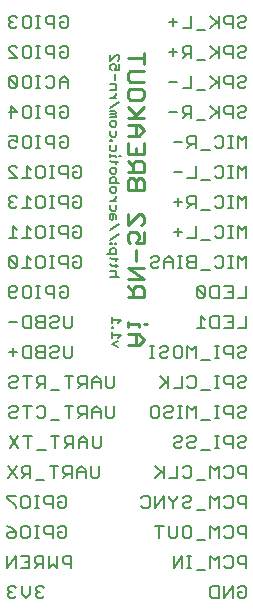
<source format=gbo>
G75*
%MOIN*%
%OFA0B0*%
%FSLAX24Y24*%
%IPPOS*%
%LPD*%
%AMOC8*
5,1,8,0,0,1.08239X$1,22.5*
%
%ADD10C,0.0100*%
%ADD11C,0.0050*%
%ADD12C,0.0080*%
D10*
X005160Y009025D02*
X005527Y009025D01*
X005710Y009208D01*
X005527Y009392D01*
X005160Y009392D01*
X005160Y009623D02*
X005160Y009807D01*
X005160Y009715D02*
X005527Y009715D01*
X005527Y009623D01*
X005435Y009392D02*
X005435Y009025D01*
X005710Y009715D02*
X005802Y009715D01*
X005710Y010621D02*
X005710Y010896D01*
X005619Y010988D01*
X005435Y010988D01*
X005343Y010896D01*
X005343Y010621D01*
X005160Y010621D02*
X005710Y010621D01*
X005710Y011219D02*
X005160Y011586D01*
X005710Y011586D01*
X005710Y011219D02*
X005160Y011219D01*
X005160Y010988D02*
X005343Y010804D01*
X005435Y011818D02*
X005435Y012185D01*
X005435Y012416D02*
X005527Y012600D01*
X005527Y012692D01*
X005435Y012783D01*
X005252Y012783D01*
X005160Y012692D01*
X005160Y012508D01*
X005252Y012416D01*
X005435Y012416D02*
X005710Y012416D01*
X005710Y012783D01*
X005619Y013015D02*
X005710Y013107D01*
X005710Y013290D01*
X005619Y013382D01*
X005527Y013382D01*
X005160Y013015D01*
X005160Y013382D01*
X005160Y014212D02*
X005160Y014487D01*
X005252Y014579D01*
X005343Y014579D01*
X005435Y014487D01*
X005435Y014212D01*
X005160Y014212D02*
X005710Y014212D01*
X005710Y014487D01*
X005619Y014579D01*
X005527Y014579D01*
X005435Y014487D01*
X005343Y014810D02*
X005343Y015086D01*
X005435Y015177D01*
X005619Y015177D01*
X005710Y015086D01*
X005710Y014810D01*
X005160Y014810D01*
X005343Y014994D02*
X005160Y015177D01*
X005160Y015409D02*
X005160Y015776D01*
X005160Y016007D02*
X005527Y016007D01*
X005710Y016191D01*
X005527Y016374D01*
X005160Y016374D01*
X005160Y016606D02*
X005710Y016606D01*
X005343Y016606D02*
X005710Y016973D01*
X005619Y017204D02*
X005252Y017204D01*
X005160Y017296D01*
X005160Y017480D01*
X005252Y017571D01*
X005619Y017571D01*
X005710Y017480D01*
X005710Y017296D01*
X005619Y017204D01*
X005160Y016973D02*
X005435Y016698D01*
X005435Y016374D02*
X005435Y016007D01*
X005435Y015592D02*
X005435Y015409D01*
X005710Y015409D02*
X005160Y015409D01*
X005710Y015409D02*
X005710Y015776D01*
X005710Y017803D02*
X005252Y017803D01*
X005160Y017895D01*
X005160Y018078D01*
X005252Y018170D01*
X005710Y018170D01*
X005710Y018401D02*
X005710Y018768D01*
X005710Y018585D02*
X005160Y018585D01*
D11*
X004885Y018553D02*
X004835Y018503D01*
X004885Y018553D02*
X004885Y018653D01*
X004835Y018703D01*
X004785Y018703D01*
X004585Y018503D01*
X004585Y018703D01*
X004635Y018381D02*
X004585Y018331D01*
X004585Y018230D01*
X004635Y018180D01*
X004735Y018180D02*
X004785Y018281D01*
X004785Y018331D01*
X004735Y018381D01*
X004635Y018381D01*
X004735Y018180D02*
X004885Y018180D01*
X004885Y018381D01*
X004735Y018058D02*
X004735Y017858D01*
X004735Y017736D02*
X004585Y017736D01*
X004735Y017736D02*
X004785Y017686D01*
X004785Y017536D01*
X004585Y017536D01*
X004785Y017417D02*
X004785Y017367D01*
X004685Y017267D01*
X004585Y017267D02*
X004785Y017267D01*
X004885Y017145D02*
X004585Y016945D01*
X004585Y016823D02*
X004735Y016823D01*
X004785Y016773D01*
X004735Y016723D01*
X004585Y016723D01*
X004585Y016623D02*
X004785Y016623D01*
X004785Y016673D01*
X004735Y016723D01*
X004735Y016501D02*
X004635Y016501D01*
X004585Y016451D01*
X004585Y016351D01*
X004635Y016300D01*
X004735Y016300D01*
X004785Y016351D01*
X004785Y016451D01*
X004735Y016501D01*
X004785Y016178D02*
X004785Y016028D01*
X004735Y015978D01*
X004635Y015978D01*
X004585Y016028D01*
X004585Y016178D01*
X004585Y015867D02*
X004585Y015817D01*
X004635Y015817D01*
X004635Y015867D01*
X004585Y015867D01*
X004585Y015695D02*
X004585Y015545D01*
X004635Y015495D01*
X004735Y015495D01*
X004785Y015545D01*
X004785Y015695D01*
X004785Y015330D02*
X004585Y015330D01*
X004585Y015280D02*
X004585Y015380D01*
X004585Y015165D02*
X004635Y015115D01*
X004835Y015115D01*
X004785Y015065D02*
X004785Y015165D01*
X004785Y015280D02*
X004785Y015330D01*
X004885Y015330D02*
X004935Y015330D01*
X004735Y014943D02*
X004785Y014893D01*
X004785Y014793D01*
X004735Y014743D01*
X004635Y014743D01*
X004585Y014793D01*
X004585Y014893D01*
X004635Y014943D01*
X004735Y014943D01*
X004735Y014621D02*
X004635Y014621D01*
X004585Y014571D01*
X004585Y014421D01*
X004885Y014421D01*
X004785Y014421D02*
X004785Y014571D01*
X004735Y014621D01*
X004735Y014298D02*
X004635Y014298D01*
X004585Y014248D01*
X004585Y014148D01*
X004635Y014098D01*
X004735Y014098D01*
X004785Y014148D01*
X004785Y014248D01*
X004735Y014298D01*
X004785Y013980D02*
X004785Y013930D01*
X004685Y013830D01*
X004585Y013830D02*
X004785Y013830D01*
X004785Y013708D02*
X004785Y013557D01*
X004735Y013507D01*
X004635Y013507D01*
X004585Y013557D01*
X004585Y013708D01*
X004585Y013385D02*
X004585Y013235D01*
X004635Y013185D01*
X004685Y013235D01*
X004685Y013385D01*
X004735Y013385D02*
X004585Y013385D01*
X004735Y013385D02*
X004785Y013335D01*
X004785Y013235D01*
X004885Y013063D02*
X004585Y012863D01*
X004585Y012541D02*
X004885Y012741D01*
X004785Y012430D02*
X004735Y012430D01*
X004735Y012379D01*
X004785Y012379D01*
X004785Y012430D01*
X004735Y012257D02*
X004785Y012207D01*
X004785Y012057D01*
X004485Y012057D01*
X004585Y012057D02*
X004585Y012207D01*
X004635Y012257D01*
X004735Y012257D01*
X004635Y012379D02*
X004585Y012379D01*
X004585Y012430D01*
X004635Y012430D01*
X004635Y012379D01*
X004585Y011942D02*
X004635Y011892D01*
X004835Y011892D01*
X004785Y011842D02*
X004785Y011942D01*
X004785Y011728D02*
X004785Y011628D01*
X004835Y011678D02*
X004635Y011678D01*
X004585Y011728D01*
X004585Y011505D02*
X004735Y011505D01*
X004785Y011455D01*
X004785Y011355D01*
X004735Y011305D01*
X004885Y011305D02*
X004585Y011305D01*
X004635Y009953D02*
X004635Y009753D01*
X004635Y009853D02*
X004935Y009853D01*
X004835Y009753D01*
X004685Y009642D02*
X004685Y009592D01*
X004635Y009592D01*
X004635Y009642D01*
X004685Y009642D01*
X004635Y009469D02*
X004635Y009269D01*
X004635Y009369D02*
X004935Y009369D01*
X004835Y009269D01*
X004835Y009147D02*
X004635Y009047D01*
X004835Y008947D01*
D12*
X001169Y000660D02*
X001239Y000590D01*
X001379Y000590D01*
X001449Y000660D01*
X001629Y000730D02*
X001629Y001010D01*
X001449Y000940D02*
X001379Y001010D01*
X001239Y001010D01*
X001169Y000940D01*
X001169Y000870D01*
X001239Y000800D01*
X001169Y000730D01*
X001169Y000660D01*
X001239Y000800D02*
X001309Y000800D01*
X001629Y000730D02*
X001769Y000590D01*
X001910Y000730D01*
X001910Y001010D01*
X002090Y000940D02*
X002090Y000870D01*
X002160Y000800D01*
X002090Y000730D01*
X002090Y000660D01*
X002160Y000590D01*
X002300Y000590D01*
X002370Y000660D01*
X002230Y000800D02*
X002160Y000800D01*
X002090Y000940D02*
X002160Y001010D01*
X002300Y001010D01*
X002370Y000940D01*
X002349Y001590D02*
X002349Y002010D01*
X002139Y002010D01*
X002069Y001940D01*
X002069Y001800D01*
X002139Y001730D01*
X002349Y001730D01*
X002209Y001730D02*
X002069Y001590D01*
X001889Y001590D02*
X001889Y002010D01*
X001609Y002010D01*
X001749Y001800D02*
X001889Y001800D01*
X001889Y001590D02*
X001609Y001590D01*
X001428Y001590D02*
X001428Y002010D01*
X001148Y001590D01*
X001148Y002010D01*
X001222Y002590D02*
X001152Y002660D01*
X001152Y002730D01*
X001222Y002800D01*
X001432Y002800D01*
X001432Y002660D01*
X001362Y002590D01*
X001222Y002590D01*
X001432Y002800D02*
X001292Y002940D01*
X001152Y003010D01*
X001432Y003590D02*
X001432Y003660D01*
X001152Y003940D01*
X001152Y004010D01*
X001432Y004010D01*
X001612Y003940D02*
X001612Y003660D01*
X001682Y003590D01*
X001822Y003590D01*
X001892Y003660D01*
X001892Y003940D01*
X001822Y004010D01*
X001682Y004010D01*
X001612Y003940D01*
X001638Y004590D02*
X001778Y004730D01*
X001708Y004730D02*
X001918Y004730D01*
X001918Y004590D02*
X001918Y005010D01*
X001708Y005010D01*
X001638Y004940D01*
X001638Y004800D01*
X001708Y004730D01*
X001458Y004590D02*
X001177Y005010D01*
X001458Y005010D02*
X001177Y004590D01*
X001227Y005590D02*
X001508Y006010D01*
X001688Y006010D02*
X001968Y006010D01*
X001828Y006010D02*
X001828Y005590D01*
X001508Y005590D02*
X001227Y006010D01*
X001287Y006590D02*
X001217Y006660D01*
X001217Y006730D01*
X001287Y006800D01*
X001427Y006800D01*
X001497Y006870D01*
X001497Y006940D01*
X001427Y007010D01*
X001287Y007010D01*
X001217Y006940D01*
X001287Y006590D02*
X001427Y006590D01*
X001497Y006660D01*
X001677Y007010D02*
X001958Y007010D01*
X001818Y007010D02*
X001818Y006590D01*
X002138Y006660D02*
X002208Y006590D01*
X002348Y006590D01*
X002418Y006660D01*
X002418Y006940D01*
X002348Y007010D01*
X002208Y007010D01*
X002138Y006940D01*
X002138Y007590D02*
X002278Y007730D01*
X002208Y007730D02*
X002418Y007730D01*
X002418Y007590D02*
X002418Y008010D01*
X002208Y008010D01*
X002138Y007940D01*
X002138Y007800D01*
X002208Y007730D01*
X001958Y008010D02*
X001677Y008010D01*
X001818Y008010D02*
X001818Y007590D01*
X001497Y007660D02*
X001427Y007590D01*
X001287Y007590D01*
X001217Y007660D01*
X001217Y007730D01*
X001287Y007800D01*
X001427Y007800D01*
X001497Y007870D01*
X001497Y007940D01*
X001427Y008010D01*
X001287Y008010D01*
X001217Y007940D01*
X001338Y008660D02*
X001338Y008940D01*
X001478Y008800D02*
X001198Y008800D01*
X001198Y009800D02*
X001478Y009800D01*
X001659Y009660D02*
X001729Y009590D01*
X001939Y009590D01*
X001939Y010010D01*
X001729Y010010D01*
X001659Y009940D01*
X001659Y009660D01*
X001729Y009010D02*
X001939Y009010D01*
X001939Y008590D01*
X001729Y008590D01*
X001659Y008660D01*
X001659Y008940D01*
X001729Y009010D01*
X002119Y008940D02*
X002119Y008870D01*
X002189Y008800D01*
X002399Y008800D01*
X002579Y008730D02*
X002579Y008660D01*
X002649Y008590D01*
X002790Y008590D01*
X002860Y008660D01*
X002790Y008800D02*
X002649Y008800D01*
X002579Y008730D01*
X002579Y008940D02*
X002649Y009010D01*
X002790Y009010D01*
X002860Y008940D01*
X002860Y008870D01*
X002790Y008800D01*
X003040Y008660D02*
X003040Y009010D01*
X003040Y008660D02*
X003110Y008590D01*
X003250Y008590D01*
X003320Y008660D01*
X003320Y009010D01*
X003250Y009590D02*
X003110Y009590D01*
X003040Y009660D01*
X003040Y010010D01*
X002860Y009940D02*
X002860Y009870D01*
X002790Y009800D01*
X002649Y009800D01*
X002579Y009730D01*
X002579Y009660D01*
X002649Y009590D01*
X002790Y009590D01*
X002860Y009660D01*
X002860Y009940D02*
X002790Y010010D01*
X002649Y010010D01*
X002579Y009940D01*
X002399Y010010D02*
X002189Y010010D01*
X002119Y009940D01*
X002119Y009870D01*
X002189Y009800D01*
X002399Y009800D01*
X002399Y009590D02*
X002189Y009590D01*
X002119Y009660D01*
X002119Y009730D01*
X002189Y009800D01*
X002399Y009590D02*
X002399Y010010D01*
X002249Y010590D02*
X002109Y010590D01*
X002179Y010590D02*
X002179Y011010D01*
X002249Y011010D02*
X002109Y011010D01*
X001942Y010940D02*
X001942Y010660D01*
X001872Y010590D01*
X001732Y010590D01*
X001662Y010660D01*
X001662Y010940D01*
X001732Y011010D01*
X001872Y011010D01*
X001942Y010940D01*
X001932Y011590D02*
X001652Y011590D01*
X001792Y011590D02*
X001792Y012010D01*
X001932Y011870D01*
X002112Y011940D02*
X002112Y011660D01*
X002182Y011590D01*
X002322Y011590D01*
X002392Y011660D01*
X002392Y011940D01*
X002322Y012010D01*
X002182Y012010D01*
X002112Y011940D01*
X002182Y012590D02*
X002112Y012660D01*
X002112Y012940D01*
X002182Y013010D01*
X002322Y013010D01*
X002392Y012940D01*
X002392Y012660D01*
X002322Y012590D01*
X002182Y012590D01*
X001932Y012590D02*
X001652Y012590D01*
X001792Y012590D02*
X001792Y013010D01*
X001932Y012870D01*
X001472Y012870D02*
X001331Y013010D01*
X001331Y012590D01*
X001191Y012590D02*
X001472Y012590D01*
X001401Y012010D02*
X001261Y012010D01*
X001191Y011940D01*
X001472Y011660D01*
X001401Y011590D01*
X001261Y011590D01*
X001191Y011660D01*
X001191Y011940D01*
X001401Y012010D02*
X001472Y011940D01*
X001472Y011660D01*
X001412Y011010D02*
X001272Y011010D01*
X001202Y010940D01*
X001202Y010660D01*
X001272Y010590D01*
X001412Y010590D01*
X001482Y010660D01*
X001412Y010800D02*
X001202Y010800D01*
X001412Y010800D02*
X001482Y010870D01*
X001482Y010940D01*
X001412Y011010D01*
X002189Y009010D02*
X002119Y008940D01*
X002189Y009010D02*
X002399Y009010D01*
X002399Y008590D01*
X002189Y008590D01*
X002119Y008660D01*
X002119Y008730D01*
X002189Y008800D01*
X002598Y007520D02*
X002878Y007520D01*
X003059Y008010D02*
X003339Y008010D01*
X003199Y008010D02*
X003199Y007590D01*
X003199Y007010D02*
X003199Y006590D01*
X003339Y007010D02*
X003059Y007010D01*
X002878Y006520D02*
X002598Y006520D01*
X002609Y006010D02*
X002889Y006010D01*
X002749Y006010D02*
X002749Y005590D01*
X003069Y005590D02*
X003209Y005730D01*
X003139Y005730D02*
X003349Y005730D01*
X003349Y005590D02*
X003349Y006010D01*
X003139Y006010D01*
X003069Y005940D01*
X003069Y005800D01*
X003139Y005730D01*
X003529Y005800D02*
X003810Y005800D01*
X003810Y005870D02*
X003669Y006010D01*
X003529Y005870D01*
X003529Y005590D01*
X003810Y005590D02*
X003810Y005870D01*
X003990Y006010D02*
X003990Y005660D01*
X004060Y005590D01*
X004200Y005590D01*
X004270Y005660D01*
X004270Y006010D01*
X004260Y006590D02*
X004260Y006870D01*
X004119Y007010D01*
X003979Y006870D01*
X003979Y006590D01*
X003979Y006800D02*
X004260Y006800D01*
X004440Y006660D02*
X004440Y007010D01*
X004720Y007010D02*
X004720Y006660D01*
X004650Y006590D01*
X004510Y006590D01*
X004440Y006660D01*
X004510Y007590D02*
X004440Y007660D01*
X004440Y008010D01*
X004260Y007870D02*
X004260Y007590D01*
X004260Y007800D02*
X003979Y007800D01*
X003979Y007870D02*
X003979Y007590D01*
X003979Y007870D02*
X004119Y008010D01*
X004260Y007870D01*
X004510Y007590D02*
X004650Y007590D01*
X004720Y007660D01*
X004720Y008010D01*
X003799Y008010D02*
X003799Y007590D01*
X003799Y007730D02*
X003589Y007730D01*
X003519Y007800D01*
X003519Y007940D01*
X003589Y008010D01*
X003799Y008010D01*
X003659Y007730D02*
X003519Y007590D01*
X003589Y007010D02*
X003519Y006940D01*
X003519Y006800D01*
X003589Y006730D01*
X003799Y006730D01*
X003659Y006730D02*
X003519Y006590D01*
X003799Y006590D02*
X003799Y007010D01*
X003589Y007010D01*
X003619Y005010D02*
X003479Y004870D01*
X003479Y004590D01*
X003479Y004800D02*
X003760Y004800D01*
X003760Y004870D02*
X003619Y005010D01*
X003760Y004870D02*
X003760Y004590D01*
X003940Y004660D02*
X003940Y005010D01*
X003940Y004660D02*
X004010Y004590D01*
X004150Y004590D01*
X004220Y004660D01*
X004220Y005010D01*
X003299Y005010D02*
X003299Y004590D01*
X003299Y004730D02*
X003089Y004730D01*
X003019Y004800D01*
X003019Y004940D01*
X003089Y005010D01*
X003299Y005010D01*
X003159Y004730D02*
X003019Y004590D01*
X002839Y005010D02*
X002559Y005010D01*
X002699Y005010D02*
X002699Y004590D01*
X002660Y004010D02*
X002449Y004010D01*
X002379Y003940D01*
X002379Y003800D01*
X002449Y003730D01*
X002660Y003730D01*
X002660Y003590D02*
X002660Y004010D01*
X002840Y003940D02*
X002910Y004010D01*
X003050Y004010D01*
X003120Y003940D01*
X003120Y003660D01*
X003050Y003590D01*
X002910Y003590D01*
X002840Y003660D01*
X002840Y003800D01*
X002980Y003800D01*
X002910Y003010D02*
X003050Y003010D01*
X003120Y002940D01*
X003120Y002660D01*
X003050Y002590D01*
X002910Y002590D01*
X002840Y002660D01*
X002840Y002800D01*
X002980Y002800D01*
X002840Y002940D02*
X002910Y003010D01*
X002660Y003010D02*
X002660Y002590D01*
X002660Y002730D02*
X002449Y002730D01*
X002379Y002800D01*
X002379Y002940D01*
X002449Y003010D01*
X002660Y003010D01*
X002199Y003010D02*
X002059Y003010D01*
X002129Y003010D02*
X002129Y002590D01*
X002199Y002590D02*
X002059Y002590D01*
X001892Y002660D02*
X001822Y002590D01*
X001682Y002590D01*
X001612Y002660D01*
X001612Y002940D01*
X001682Y003010D01*
X001822Y003010D01*
X001892Y002940D01*
X001892Y002660D01*
X002059Y003590D02*
X002199Y003590D01*
X002129Y003590D02*
X002129Y004010D01*
X002199Y004010D02*
X002059Y004010D01*
X002098Y004520D02*
X002378Y004520D01*
X002428Y005520D02*
X002148Y005520D01*
X002529Y002010D02*
X002529Y001590D01*
X002669Y001730D01*
X002810Y001590D01*
X002810Y002010D01*
X002990Y001940D02*
X002990Y001800D01*
X003060Y001730D01*
X003270Y001730D01*
X003270Y001590D02*
X003270Y002010D01*
X003060Y002010D01*
X002990Y001940D01*
X005617Y003660D02*
X005687Y003590D01*
X005827Y003590D01*
X005897Y003660D01*
X005897Y003940D01*
X005827Y004010D01*
X005687Y004010D01*
X005617Y003940D01*
X006077Y004010D02*
X006077Y003590D01*
X006358Y004010D01*
X006358Y003590D01*
X006678Y003800D02*
X006538Y003940D01*
X006538Y004010D01*
X006678Y003800D02*
X006678Y003590D01*
X006678Y003800D02*
X006818Y003940D01*
X006818Y004010D01*
X006998Y003940D02*
X007068Y004010D01*
X007208Y004010D01*
X007278Y003940D01*
X007278Y003870D01*
X007208Y003800D01*
X007068Y003800D01*
X006998Y003730D01*
X006998Y003660D01*
X007068Y003590D01*
X007208Y003590D01*
X007278Y003660D01*
X007459Y003520D02*
X007739Y003520D01*
X007919Y003590D02*
X007919Y004010D01*
X008059Y003870D01*
X008199Y004010D01*
X008199Y003590D01*
X008379Y003660D02*
X008449Y003590D01*
X008590Y003590D01*
X008660Y003660D01*
X008660Y003940D01*
X008590Y004010D01*
X008449Y004010D01*
X008379Y003940D01*
X008449Y004590D02*
X008379Y004660D01*
X008449Y004590D02*
X008590Y004590D01*
X008660Y004660D01*
X008660Y004940D01*
X008590Y005010D01*
X008449Y005010D01*
X008379Y004940D01*
X008199Y005010D02*
X008199Y004590D01*
X008059Y004870D02*
X007919Y005010D01*
X007919Y004590D01*
X007739Y004520D02*
X007459Y004520D01*
X007278Y004660D02*
X007278Y004940D01*
X007208Y005010D01*
X007068Y005010D01*
X006998Y004940D01*
X006818Y005010D02*
X006818Y004590D01*
X006538Y004590D01*
X006358Y004590D02*
X006358Y005010D01*
X006288Y004800D02*
X006077Y004590D01*
X006358Y004730D02*
X006077Y005010D01*
X006691Y005660D02*
X006761Y005590D01*
X006901Y005590D01*
X006972Y005660D01*
X006901Y005800D02*
X006761Y005800D01*
X006691Y005730D01*
X006691Y005660D01*
X006901Y005800D02*
X006972Y005870D01*
X006972Y005940D01*
X006901Y006010D01*
X006761Y006010D01*
X006691Y005940D01*
X006595Y006590D02*
X006454Y006590D01*
X006384Y006660D01*
X006384Y006730D01*
X006454Y006800D01*
X006595Y006800D01*
X006665Y006870D01*
X006665Y006940D01*
X006595Y007010D01*
X006454Y007010D01*
X006384Y006940D01*
X006204Y006940D02*
X006204Y006660D01*
X006134Y006590D01*
X005994Y006590D01*
X005924Y006660D01*
X005924Y006940D01*
X005994Y007010D01*
X006134Y007010D01*
X006204Y006940D01*
X006595Y006590D02*
X006665Y006660D01*
X006831Y006590D02*
X006972Y006590D01*
X006901Y006590D02*
X006901Y007010D01*
X006831Y007010D02*
X006972Y007010D01*
X007152Y007010D02*
X007152Y006590D01*
X007292Y006870D02*
X007152Y007010D01*
X007292Y006870D02*
X007432Y007010D01*
X007432Y006590D01*
X007612Y006520D02*
X007892Y006520D01*
X008059Y006590D02*
X008199Y006590D01*
X008129Y006590D02*
X008129Y007010D01*
X008199Y007010D02*
X008059Y007010D01*
X007892Y007520D02*
X007612Y007520D01*
X007432Y007660D02*
X007362Y007590D01*
X007222Y007590D01*
X007152Y007660D01*
X007152Y007940D02*
X007222Y008010D01*
X007362Y008010D01*
X007432Y007940D01*
X007432Y007660D01*
X007612Y008520D02*
X007892Y008520D01*
X008059Y008590D02*
X008199Y008590D01*
X008129Y008590D02*
X008129Y009010D01*
X008199Y009010D02*
X008059Y009010D01*
X007989Y009590D02*
X007919Y009660D01*
X007919Y009940D01*
X007989Y010010D01*
X008199Y010010D01*
X008199Y009590D01*
X007989Y009590D01*
X007739Y009590D02*
X007459Y009590D01*
X007599Y009590D02*
X007599Y010010D01*
X007739Y009870D01*
X007669Y010590D02*
X007529Y010590D01*
X007459Y010660D01*
X007459Y010940D01*
X007739Y010660D01*
X007669Y010590D01*
X007739Y010660D02*
X007739Y010940D01*
X007669Y011010D01*
X007529Y011010D01*
X007459Y010940D01*
X007612Y011520D02*
X007892Y011520D01*
X008072Y011660D02*
X008143Y011590D01*
X008283Y011590D01*
X008353Y011660D01*
X008353Y011940D01*
X008283Y012010D01*
X008143Y012010D01*
X008072Y011940D01*
X007892Y012520D02*
X007612Y012520D01*
X007432Y012590D02*
X007152Y012590D01*
X006972Y012800D02*
X006691Y012800D01*
X006831Y012940D02*
X006831Y012660D01*
X006831Y012010D02*
X006972Y012010D01*
X006901Y012010D02*
X006901Y011590D01*
X006831Y011590D02*
X006972Y011590D01*
X007152Y011660D02*
X007222Y011590D01*
X007432Y011590D01*
X007432Y012010D01*
X007222Y012010D01*
X007152Y011940D01*
X007152Y011870D01*
X007222Y011800D01*
X007432Y011800D01*
X007222Y011800D02*
X007152Y011730D01*
X007152Y011660D01*
X007432Y012590D02*
X007432Y013010D01*
X007612Y013520D02*
X007892Y013520D01*
X008072Y013660D02*
X008143Y013590D01*
X008283Y013590D01*
X008353Y013660D01*
X008353Y013940D01*
X008283Y014010D01*
X008143Y014010D01*
X008072Y013940D01*
X007892Y014520D02*
X007612Y014520D01*
X007432Y014590D02*
X007152Y014590D01*
X006972Y014800D02*
X006691Y014800D01*
X006831Y013940D02*
X006831Y013660D01*
X006691Y013800D02*
X006972Y013800D01*
X007152Y013800D02*
X007222Y013730D01*
X007432Y013730D01*
X007432Y013590D02*
X007432Y014010D01*
X007222Y014010D01*
X007152Y013940D01*
X007152Y013800D01*
X007292Y013730D02*
X007152Y013590D01*
X007432Y014590D02*
X007432Y015010D01*
X007612Y015520D02*
X007892Y015520D01*
X008072Y015660D02*
X008143Y015590D01*
X008283Y015590D01*
X008353Y015660D01*
X008353Y015940D01*
X008283Y016010D01*
X008143Y016010D01*
X008072Y015940D01*
X008199Y016590D02*
X008199Y017010D01*
X008129Y016800D02*
X007919Y016590D01*
X007739Y016520D02*
X007459Y016520D01*
X007278Y016590D02*
X007278Y017010D01*
X007068Y017010D01*
X006998Y016940D01*
X006998Y016800D01*
X007068Y016730D01*
X007278Y016730D01*
X007138Y016730D02*
X006998Y016590D01*
X006818Y016800D02*
X006538Y016800D01*
X006998Y017590D02*
X007278Y017590D01*
X007278Y018010D01*
X007459Y017520D02*
X007739Y017520D01*
X007919Y017590D02*
X008129Y017800D01*
X008199Y017730D02*
X007919Y018010D01*
X007739Y018520D02*
X007459Y018520D01*
X007278Y018590D02*
X007278Y019010D01*
X007068Y019010D01*
X006998Y018940D01*
X006998Y018800D01*
X007068Y018730D01*
X007278Y018730D01*
X007138Y018730D02*
X006998Y018590D01*
X006818Y018800D02*
X006538Y018800D01*
X006678Y018940D02*
X006678Y018660D01*
X006818Y017800D02*
X006538Y017800D01*
X006998Y019590D02*
X007278Y019590D01*
X007278Y020010D01*
X007459Y019520D02*
X007739Y019520D01*
X007919Y019590D02*
X008129Y019800D01*
X008199Y019730D02*
X007919Y020010D01*
X008199Y020010D02*
X008199Y019590D01*
X008379Y019800D02*
X008379Y019940D01*
X008449Y020010D01*
X008660Y020010D01*
X008660Y019590D01*
X008660Y019730D02*
X008449Y019730D01*
X008379Y019800D01*
X008840Y019730D02*
X008840Y019660D01*
X008910Y019590D01*
X009050Y019590D01*
X009120Y019660D01*
X009050Y019800D02*
X008910Y019800D01*
X008840Y019730D01*
X008840Y019940D02*
X008910Y020010D01*
X009050Y020010D01*
X009120Y019940D01*
X009120Y019870D01*
X009050Y019800D01*
X009050Y019010D02*
X008910Y019010D01*
X008840Y018940D01*
X008910Y018800D02*
X008840Y018730D01*
X008840Y018660D01*
X008910Y018590D01*
X009050Y018590D01*
X009120Y018660D01*
X009050Y018800D02*
X009120Y018870D01*
X009120Y018940D01*
X009050Y019010D01*
X009050Y018800D02*
X008910Y018800D01*
X008660Y018730D02*
X008449Y018730D01*
X008379Y018800D01*
X008379Y018940D01*
X008449Y019010D01*
X008660Y019010D01*
X008660Y018590D01*
X008660Y018010D02*
X008449Y018010D01*
X008379Y017940D01*
X008379Y017800D01*
X008449Y017730D01*
X008660Y017730D01*
X008660Y017590D02*
X008660Y018010D01*
X008840Y017940D02*
X008910Y018010D01*
X009050Y018010D01*
X009120Y017940D01*
X009120Y017870D01*
X009050Y017800D01*
X008910Y017800D01*
X008840Y017730D01*
X008840Y017660D01*
X008910Y017590D01*
X009050Y017590D01*
X009120Y017660D01*
X009050Y017010D02*
X008910Y017010D01*
X008840Y016940D01*
X008910Y016800D02*
X008840Y016730D01*
X008840Y016660D01*
X008910Y016590D01*
X009050Y016590D01*
X009120Y016660D01*
X009050Y016800D02*
X009120Y016870D01*
X009120Y016940D01*
X009050Y017010D01*
X009050Y016800D02*
X008910Y016800D01*
X008660Y016730D02*
X008449Y016730D01*
X008379Y016800D01*
X008379Y016940D01*
X008449Y017010D01*
X008660Y017010D01*
X008660Y016590D01*
X008660Y016010D02*
X008519Y016010D01*
X008590Y016010D02*
X008590Y015590D01*
X008660Y015590D02*
X008519Y015590D01*
X008840Y015590D02*
X008840Y016010D01*
X008980Y015870D01*
X009120Y016010D01*
X009120Y015590D01*
X009120Y015010D02*
X008980Y014870D01*
X008840Y015010D01*
X008840Y014590D01*
X008660Y014590D02*
X008519Y014590D01*
X008590Y014590D02*
X008590Y015010D01*
X008660Y015010D02*
X008519Y015010D01*
X008353Y014940D02*
X008353Y014660D01*
X008283Y014590D01*
X008143Y014590D01*
X008072Y014660D01*
X008072Y014940D02*
X008143Y015010D01*
X008283Y015010D01*
X008353Y014940D01*
X008519Y014010D02*
X008660Y014010D01*
X008590Y014010D02*
X008590Y013590D01*
X008660Y013590D02*
X008519Y013590D01*
X008840Y013590D02*
X008840Y014010D01*
X008980Y013870D01*
X009120Y014010D01*
X009120Y013590D01*
X009120Y013010D02*
X008980Y012870D01*
X008840Y013010D01*
X008840Y012590D01*
X008660Y012590D02*
X008519Y012590D01*
X008590Y012590D02*
X008590Y013010D01*
X008660Y013010D02*
X008519Y013010D01*
X008353Y012940D02*
X008353Y012660D01*
X008283Y012590D01*
X008143Y012590D01*
X008072Y012660D01*
X008072Y012940D02*
X008143Y013010D01*
X008283Y013010D01*
X008353Y012940D01*
X008519Y012010D02*
X008660Y012010D01*
X008590Y012010D02*
X008590Y011590D01*
X008660Y011590D02*
X008519Y011590D01*
X008379Y011010D02*
X008660Y011010D01*
X008660Y010590D01*
X008379Y010590D01*
X008519Y010800D02*
X008660Y010800D01*
X008840Y010590D02*
X009120Y010590D01*
X009120Y011010D01*
X009120Y011590D02*
X009120Y012010D01*
X008980Y011870D01*
X008840Y012010D01*
X008840Y011590D01*
X009120Y012590D02*
X009120Y013010D01*
X009120Y014590D02*
X009120Y015010D01*
X008199Y016730D02*
X007919Y017010D01*
X008199Y017590D02*
X008199Y018010D01*
X008199Y018590D02*
X008199Y019010D01*
X008129Y018800D02*
X007919Y018590D01*
X008199Y018730D02*
X007919Y019010D01*
X006818Y019800D02*
X006538Y019800D01*
X006678Y019940D02*
X006678Y019660D01*
X007222Y016010D02*
X007152Y015940D01*
X007152Y015800D01*
X007222Y015730D01*
X007432Y015730D01*
X007432Y015590D02*
X007432Y016010D01*
X007222Y016010D01*
X007292Y015730D02*
X007152Y015590D01*
X006972Y015800D02*
X006691Y015800D01*
X006524Y012010D02*
X006384Y011870D01*
X006384Y011590D01*
X006204Y011660D02*
X006134Y011590D01*
X005994Y011590D01*
X005924Y011660D01*
X005924Y011730D01*
X005994Y011800D01*
X006134Y011800D01*
X006204Y011870D01*
X006204Y011940D01*
X006134Y012010D01*
X005994Y012010D01*
X005924Y011940D01*
X006384Y011800D02*
X006665Y011800D01*
X006665Y011870D02*
X006524Y012010D01*
X006665Y011870D02*
X006665Y011590D01*
X006761Y009010D02*
X006691Y008940D01*
X006691Y008660D01*
X006761Y008590D01*
X006901Y008590D01*
X006972Y008660D01*
X006972Y008940D01*
X006901Y009010D01*
X006761Y009010D01*
X006511Y008940D02*
X006511Y008870D01*
X006441Y008800D01*
X006301Y008800D01*
X006231Y008730D01*
X006231Y008660D01*
X006301Y008590D01*
X006441Y008590D01*
X006511Y008660D01*
X006511Y008940D02*
X006441Y009010D01*
X006301Y009010D01*
X006231Y008940D01*
X006051Y009010D02*
X005911Y009010D01*
X005981Y009010D02*
X005981Y008590D01*
X006051Y008590D02*
X005911Y008590D01*
X006231Y008010D02*
X006511Y007730D01*
X006441Y007800D02*
X006231Y007590D01*
X006511Y007590D02*
X006511Y008010D01*
X006691Y007590D02*
X006972Y007590D01*
X006972Y008010D01*
X007152Y008590D02*
X007152Y009010D01*
X007292Y008870D01*
X007432Y009010D01*
X007432Y008590D01*
X008059Y008010D02*
X008199Y008010D01*
X008129Y008010D02*
X008129Y007590D01*
X008199Y007590D02*
X008059Y007590D01*
X008379Y007800D02*
X008449Y007730D01*
X008660Y007730D01*
X008660Y007590D02*
X008660Y008010D01*
X008449Y008010D01*
X008379Y007940D01*
X008379Y007800D01*
X008449Y007010D02*
X008379Y006940D01*
X008379Y006800D01*
X008449Y006730D01*
X008660Y006730D01*
X008660Y006590D02*
X008660Y007010D01*
X008449Y007010D01*
X008840Y006940D02*
X008910Y007010D01*
X009050Y007010D01*
X009120Y006940D01*
X009120Y006870D01*
X009050Y006800D01*
X008910Y006800D01*
X008840Y006730D01*
X008840Y006660D01*
X008910Y006590D01*
X009050Y006590D01*
X009120Y006660D01*
X009050Y006010D02*
X008910Y006010D01*
X008840Y005940D01*
X008910Y005800D02*
X008840Y005730D01*
X008840Y005660D01*
X008910Y005590D01*
X009050Y005590D01*
X009120Y005660D01*
X009050Y005800D02*
X008910Y005800D01*
X009050Y005800D02*
X009120Y005870D01*
X009120Y005940D01*
X009050Y006010D01*
X008660Y006010D02*
X008660Y005590D01*
X008660Y005730D02*
X008449Y005730D01*
X008379Y005800D01*
X008379Y005940D01*
X008449Y006010D01*
X008660Y006010D01*
X008199Y006010D02*
X008059Y006010D01*
X008129Y006010D02*
X008129Y005590D01*
X008199Y005590D02*
X008059Y005590D01*
X007892Y005520D02*
X007612Y005520D01*
X007432Y005660D02*
X007362Y005590D01*
X007222Y005590D01*
X007152Y005660D01*
X007152Y005730D01*
X007222Y005800D01*
X007362Y005800D01*
X007432Y005870D01*
X007432Y005940D01*
X007362Y006010D01*
X007222Y006010D01*
X007152Y005940D01*
X007278Y004660D02*
X007208Y004590D01*
X007068Y004590D01*
X006998Y004660D01*
X007068Y003010D02*
X006998Y002940D01*
X006998Y002660D01*
X007068Y002590D01*
X007208Y002590D01*
X007278Y002660D01*
X007278Y002940D01*
X007208Y003010D01*
X007068Y003010D01*
X006818Y003010D02*
X006818Y002660D01*
X006748Y002590D01*
X006608Y002590D01*
X006538Y002660D01*
X006538Y003010D01*
X006358Y003010D02*
X006077Y003010D01*
X006218Y003010D02*
X006218Y002590D01*
X006691Y002010D02*
X006691Y001590D01*
X006972Y002010D01*
X006972Y001590D01*
X007138Y001590D02*
X007278Y001590D01*
X007208Y001590D02*
X007208Y002010D01*
X007278Y002010D02*
X007138Y002010D01*
X007459Y001520D02*
X007739Y001520D01*
X007919Y001590D02*
X007919Y002010D01*
X008059Y001870D01*
X008199Y002010D01*
X008199Y001590D01*
X008379Y001660D02*
X008449Y001590D01*
X008590Y001590D01*
X008660Y001660D01*
X008660Y001940D01*
X008590Y002010D01*
X008449Y002010D01*
X008379Y001940D01*
X008449Y002590D02*
X008379Y002660D01*
X008449Y002590D02*
X008590Y002590D01*
X008660Y002660D01*
X008660Y002940D01*
X008590Y003010D01*
X008449Y003010D01*
X008379Y002940D01*
X008199Y003010D02*
X008199Y002590D01*
X008059Y002870D02*
X007919Y003010D01*
X007919Y002590D01*
X007739Y002520D02*
X007459Y002520D01*
X008059Y002870D02*
X008199Y003010D01*
X008840Y002940D02*
X008840Y002800D01*
X008910Y002730D01*
X009120Y002730D01*
X009120Y002590D02*
X009120Y003010D01*
X008910Y003010D01*
X008840Y002940D01*
X009120Y003590D02*
X009120Y004010D01*
X008910Y004010D01*
X008840Y003940D01*
X008840Y003800D01*
X008910Y003730D01*
X009120Y003730D01*
X009120Y004590D02*
X009120Y005010D01*
X008910Y005010D01*
X008840Y004940D01*
X008840Y004800D01*
X008910Y004730D01*
X009120Y004730D01*
X008199Y005010D02*
X008059Y004870D01*
X008910Y007590D02*
X009050Y007590D01*
X009120Y007660D01*
X009050Y007800D02*
X009120Y007870D01*
X009120Y007940D01*
X009050Y008010D01*
X008910Y008010D01*
X008840Y007940D01*
X008910Y007800D02*
X008840Y007730D01*
X008840Y007660D01*
X008910Y007590D01*
X008910Y007800D02*
X009050Y007800D01*
X009050Y008590D02*
X008910Y008590D01*
X008840Y008660D01*
X008840Y008730D01*
X008910Y008800D01*
X009050Y008800D01*
X009120Y008870D01*
X009120Y008940D01*
X009050Y009010D01*
X008910Y009010D01*
X008840Y008940D01*
X008660Y009010D02*
X008660Y008590D01*
X008660Y008730D02*
X008449Y008730D01*
X008379Y008800D01*
X008379Y008940D01*
X008449Y009010D01*
X008660Y009010D01*
X008660Y009590D02*
X008379Y009590D01*
X008519Y009800D02*
X008660Y009800D01*
X008660Y010010D02*
X008660Y009590D01*
X008840Y009590D02*
X009120Y009590D01*
X009120Y010010D01*
X008660Y010010D02*
X008379Y010010D01*
X008199Y010590D02*
X007989Y010590D01*
X007919Y010660D01*
X007919Y010940D01*
X007989Y011010D01*
X008199Y011010D01*
X008199Y010590D01*
X009120Y008660D02*
X009050Y008590D01*
X009120Y002010D02*
X008910Y002010D01*
X008840Y001940D01*
X008840Y001800D01*
X008910Y001730D01*
X009120Y001730D01*
X009120Y001590D02*
X009120Y002010D01*
X009050Y001010D02*
X008910Y001010D01*
X008840Y000940D01*
X008840Y000800D02*
X008980Y000800D01*
X009120Y000660D02*
X009050Y000590D01*
X008910Y000590D01*
X008840Y000660D01*
X008840Y000800D01*
X008660Y000590D02*
X008660Y001010D01*
X008379Y000590D01*
X008379Y001010D01*
X008199Y001010D02*
X008199Y000590D01*
X007989Y000590D01*
X007919Y000660D01*
X007919Y000940D01*
X007989Y001010D01*
X008199Y001010D01*
X009050Y001010D02*
X009120Y000940D01*
X009120Y000660D01*
X003550Y011590D02*
X003620Y011660D01*
X003620Y011940D01*
X003550Y012010D01*
X003410Y012010D01*
X003340Y011940D01*
X003340Y011800D02*
X003480Y011800D01*
X003340Y011800D02*
X003340Y011660D01*
X003410Y011590D01*
X003550Y011590D01*
X003160Y011590D02*
X003160Y012010D01*
X002949Y012010D01*
X002879Y011940D01*
X002879Y011800D01*
X002949Y011730D01*
X003160Y011730D01*
X003100Y011010D02*
X002960Y011010D01*
X002890Y010940D01*
X002890Y010800D02*
X003030Y010800D01*
X002890Y010800D02*
X002890Y010660D01*
X002960Y010590D01*
X003100Y010590D01*
X003170Y010660D01*
X003170Y010940D01*
X003100Y011010D01*
X002710Y011010D02*
X002710Y010590D01*
X002710Y010730D02*
X002499Y010730D01*
X002429Y010800D01*
X002429Y010940D01*
X002499Y011010D01*
X002710Y011010D01*
X002699Y011590D02*
X002559Y011590D01*
X002629Y011590D02*
X002629Y012010D01*
X002699Y012010D02*
X002559Y012010D01*
X002559Y012590D02*
X002699Y012590D01*
X002629Y012590D02*
X002629Y013010D01*
X002699Y013010D02*
X002559Y013010D01*
X002879Y012940D02*
X002879Y012800D01*
X002949Y012730D01*
X003160Y012730D01*
X003160Y012590D02*
X003160Y013010D01*
X002949Y013010D01*
X002879Y012940D01*
X002699Y013590D02*
X002559Y013590D01*
X002629Y013590D02*
X002629Y014010D01*
X002699Y014010D02*
X002559Y014010D01*
X002392Y013940D02*
X002392Y013660D01*
X002322Y013590D01*
X002182Y013590D01*
X002112Y013660D01*
X002112Y013940D01*
X002182Y014010D01*
X002322Y014010D01*
X002392Y013940D01*
X002322Y014590D02*
X002182Y014590D01*
X002112Y014660D01*
X002112Y014940D01*
X002182Y015010D01*
X002322Y015010D01*
X002392Y014940D01*
X002392Y014660D01*
X002322Y014590D01*
X002559Y014590D02*
X002699Y014590D01*
X002629Y014590D02*
X002629Y015010D01*
X002699Y015010D02*
X002559Y015010D01*
X002879Y014940D02*
X002879Y014800D01*
X002949Y014730D01*
X003160Y014730D01*
X003160Y014590D02*
X003160Y015010D01*
X002949Y015010D01*
X002879Y014940D01*
X002960Y015590D02*
X002890Y015660D01*
X002890Y015800D01*
X003030Y015800D01*
X003170Y015660D02*
X003100Y015590D01*
X002960Y015590D01*
X002890Y015940D02*
X002960Y016010D01*
X003100Y016010D01*
X003170Y015940D01*
X003170Y015660D01*
X003410Y015010D02*
X003340Y014940D01*
X003410Y015010D02*
X003550Y015010D01*
X003620Y014940D01*
X003620Y014660D01*
X003550Y014590D01*
X003410Y014590D01*
X003340Y014660D01*
X003340Y014800D01*
X003480Y014800D01*
X003410Y014010D02*
X003550Y014010D01*
X003620Y013940D01*
X003620Y013660D01*
X003550Y013590D01*
X003410Y013590D01*
X003340Y013660D01*
X003340Y013800D01*
X003480Y013800D01*
X003340Y013940D02*
X003410Y014010D01*
X003160Y014010D02*
X003160Y013590D01*
X003160Y013730D02*
X002949Y013730D01*
X002879Y013800D01*
X002879Y013940D01*
X002949Y014010D01*
X003160Y014010D01*
X003410Y013010D02*
X003340Y012940D01*
X003410Y013010D02*
X003550Y013010D01*
X003620Y012940D01*
X003620Y012660D01*
X003550Y012590D01*
X003410Y012590D01*
X003340Y012660D01*
X003340Y012800D01*
X003480Y012800D01*
X003320Y010010D02*
X003320Y009660D01*
X003250Y009590D01*
X001932Y013590D02*
X001652Y013590D01*
X001792Y013590D02*
X001792Y014010D01*
X001932Y013870D01*
X001932Y014590D02*
X001652Y014590D01*
X001792Y014590D02*
X001792Y015010D01*
X001932Y014870D01*
X001472Y014940D02*
X001401Y015010D01*
X001261Y015010D01*
X001191Y014940D01*
X001191Y014870D01*
X001472Y014590D01*
X001191Y014590D01*
X001261Y014010D02*
X001191Y013940D01*
X001191Y013870D01*
X001261Y013800D01*
X001191Y013730D01*
X001191Y013660D01*
X001261Y013590D01*
X001401Y013590D01*
X001472Y013660D01*
X001472Y013940D02*
X001401Y014010D01*
X001261Y014010D01*
X001261Y013800D02*
X001331Y013800D01*
X001272Y015590D02*
X001202Y015660D01*
X001202Y015800D01*
X001272Y015870D01*
X001342Y015870D01*
X001482Y015800D01*
X001482Y016010D01*
X001202Y016010D01*
X001272Y015590D02*
X001412Y015590D01*
X001482Y015660D01*
X001662Y015660D02*
X001662Y015940D01*
X001732Y016010D01*
X001872Y016010D01*
X001942Y015940D01*
X001942Y015660D01*
X001872Y015590D01*
X001732Y015590D01*
X001662Y015660D01*
X002109Y015590D02*
X002249Y015590D01*
X002179Y015590D02*
X002179Y016010D01*
X002249Y016010D02*
X002109Y016010D01*
X002109Y016590D02*
X002249Y016590D01*
X002179Y016590D02*
X002179Y017010D01*
X002249Y017010D02*
X002109Y017010D01*
X001942Y016940D02*
X001942Y016660D01*
X001872Y016590D01*
X001732Y016590D01*
X001662Y016660D01*
X001662Y016940D01*
X001732Y017010D01*
X001872Y017010D01*
X001942Y016940D01*
X001872Y017590D02*
X001732Y017590D01*
X001662Y017660D01*
X001662Y017940D01*
X001732Y018010D01*
X001872Y018010D01*
X001942Y017940D01*
X001942Y017660D01*
X001872Y017590D01*
X002109Y017590D02*
X002249Y017590D01*
X002179Y017590D02*
X002179Y018010D01*
X002249Y018010D02*
X002109Y018010D01*
X002109Y018590D02*
X002249Y018590D01*
X002179Y018590D02*
X002179Y019010D01*
X002249Y019010D02*
X002109Y019010D01*
X001942Y018940D02*
X001942Y018660D01*
X001872Y018590D01*
X001732Y018590D01*
X001662Y018660D01*
X001662Y018940D01*
X001732Y019010D01*
X001872Y019010D01*
X001942Y018940D01*
X001872Y019590D02*
X001732Y019590D01*
X001662Y019660D01*
X001662Y019940D01*
X001732Y020010D01*
X001872Y020010D01*
X001942Y019940D01*
X001942Y019660D01*
X001872Y019590D01*
X002109Y019590D02*
X002249Y019590D01*
X002179Y019590D02*
X002179Y020010D01*
X002249Y020010D02*
X002109Y020010D01*
X002429Y019940D02*
X002429Y019800D01*
X002499Y019730D01*
X002710Y019730D01*
X002710Y019590D02*
X002710Y020010D01*
X002499Y020010D01*
X002429Y019940D01*
X002890Y019940D02*
X002960Y020010D01*
X003100Y020010D01*
X003170Y019940D01*
X003170Y019660D01*
X003100Y019590D01*
X002960Y019590D01*
X002890Y019660D01*
X002890Y019800D01*
X003030Y019800D01*
X002960Y019010D02*
X003100Y019010D01*
X003170Y018940D01*
X003170Y018660D01*
X003100Y018590D01*
X002960Y018590D01*
X002890Y018660D01*
X002890Y018800D01*
X003030Y018800D01*
X002890Y018940D02*
X002960Y019010D01*
X002710Y019010D02*
X002710Y018590D01*
X002710Y018730D02*
X002499Y018730D01*
X002429Y018800D01*
X002429Y018940D01*
X002499Y019010D01*
X002710Y019010D01*
X002640Y018010D02*
X002499Y018010D01*
X002429Y017940D01*
X002429Y017660D02*
X002499Y017590D01*
X002640Y017590D01*
X002710Y017660D01*
X002710Y017940D01*
X002640Y018010D01*
X002890Y017870D02*
X002890Y017590D01*
X002890Y017800D02*
X003170Y017800D01*
X003170Y017870D02*
X003030Y018010D01*
X002890Y017870D01*
X003170Y017870D02*
X003170Y017590D01*
X003100Y017010D02*
X002960Y017010D01*
X002890Y016940D01*
X002890Y016800D02*
X003030Y016800D01*
X002890Y016800D02*
X002890Y016660D01*
X002960Y016590D01*
X003100Y016590D01*
X003170Y016660D01*
X003170Y016940D01*
X003100Y017010D01*
X002710Y017010D02*
X002710Y016590D01*
X002710Y016730D02*
X002499Y016730D01*
X002429Y016800D01*
X002429Y016940D01*
X002499Y017010D01*
X002710Y017010D01*
X002710Y016010D02*
X002499Y016010D01*
X002429Y015940D01*
X002429Y015800D01*
X002499Y015730D01*
X002710Y015730D01*
X002710Y015590D02*
X002710Y016010D01*
X001482Y016800D02*
X001202Y016800D01*
X001272Y016590D02*
X001272Y017010D01*
X001482Y016800D01*
X001412Y017590D02*
X001272Y017590D01*
X001202Y017660D01*
X001202Y017940D01*
X001482Y017660D01*
X001412Y017590D01*
X001482Y017660D02*
X001482Y017940D01*
X001412Y018010D01*
X001272Y018010D01*
X001202Y017940D01*
X001202Y018590D02*
X001482Y018590D01*
X001202Y018870D01*
X001202Y018940D01*
X001272Y019010D01*
X001412Y019010D01*
X001482Y018940D01*
X001412Y019590D02*
X001272Y019590D01*
X001202Y019660D01*
X001202Y019730D01*
X001272Y019800D01*
X001342Y019800D01*
X001272Y019800D02*
X001202Y019870D01*
X001202Y019940D01*
X001272Y020010D01*
X001412Y020010D01*
X001482Y019940D01*
X001482Y019660D02*
X001412Y019590D01*
M02*

</source>
